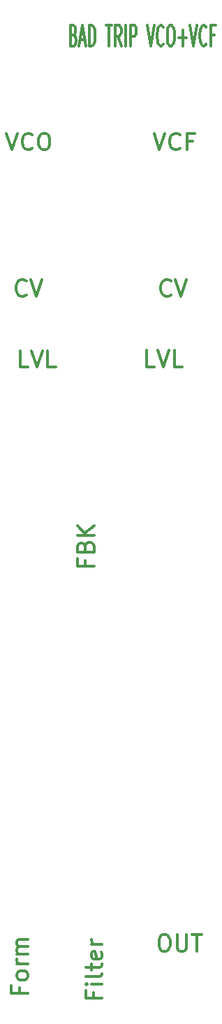
<source format=gts>
G04 #@! TF.GenerationSoftware,KiCad,Pcbnew,5.1.7-a382d34a8~87~ubuntu18.04.1*
G04 #@! TF.CreationDate,2021-01-14T14:08:13+00:00*
G04 #@! TF.ProjectId,bad-trip-panel,6261642d-7472-4697-902d-70616e656c2e,rev?*
G04 #@! TF.SameCoordinates,Original*
G04 #@! TF.FileFunction,Soldermask,Top*
G04 #@! TF.FilePolarity,Negative*
%FSLAX46Y46*%
G04 Gerber Fmt 4.6, Leading zero omitted, Abs format (unit mm)*
G04 Created by KiCad (PCBNEW 5.1.7-a382d34a8~87~ubuntu18.04.1) date 2021-01-14 14:08:13*
%MOMM*%
%LPD*%
G01*
G04 APERTURE LIST*
%ADD10C,0.312500*%
%ADD11C,0.300000*%
G04 APERTURE END LIST*
D10*
X127010566Y-27202628D02*
X127189138Y-27321676D01*
X127248661Y-27440723D01*
X127308185Y-27678819D01*
X127308185Y-28035961D01*
X127248661Y-28274057D01*
X127189138Y-28393104D01*
X127070090Y-28512152D01*
X126593900Y-28512152D01*
X126593900Y-26012152D01*
X127010566Y-26012152D01*
X127129614Y-26131200D01*
X127189138Y-26250247D01*
X127248661Y-26488342D01*
X127248661Y-26726438D01*
X127189138Y-26964533D01*
X127129614Y-27083580D01*
X127010566Y-27202628D01*
X126593900Y-27202628D01*
X127784376Y-27797866D02*
X128379614Y-27797866D01*
X127665328Y-28512152D02*
X128081995Y-26012152D01*
X128498661Y-28512152D01*
X128915328Y-28512152D02*
X128915328Y-26012152D01*
X129212947Y-26012152D01*
X129391519Y-26131200D01*
X129510566Y-26369295D01*
X129570090Y-26607390D01*
X129629614Y-27083580D01*
X129629614Y-27440723D01*
X129570090Y-27916914D01*
X129510566Y-28155009D01*
X129391519Y-28393104D01*
X129212947Y-28512152D01*
X128915328Y-28512152D01*
X130939138Y-26012152D02*
X131653423Y-26012152D01*
X131296280Y-28512152D02*
X131296280Y-26012152D01*
X132784376Y-28512152D02*
X132367709Y-27321676D01*
X132070090Y-28512152D02*
X132070090Y-26012152D01*
X132546280Y-26012152D01*
X132665328Y-26131200D01*
X132724852Y-26250247D01*
X132784376Y-26488342D01*
X132784376Y-26845485D01*
X132724852Y-27083580D01*
X132665328Y-27202628D01*
X132546280Y-27321676D01*
X132070090Y-27321676D01*
X133320090Y-28512152D02*
X133320090Y-26012152D01*
X133915328Y-28512152D02*
X133915328Y-26012152D01*
X134391519Y-26012152D01*
X134510566Y-26131200D01*
X134570090Y-26250247D01*
X134629614Y-26488342D01*
X134629614Y-26845485D01*
X134570090Y-27083580D01*
X134510566Y-27202628D01*
X134391519Y-27321676D01*
X133915328Y-27321676D01*
X135939138Y-26012152D02*
X136355804Y-28512152D01*
X136772471Y-26012152D01*
X137903423Y-28274057D02*
X137843900Y-28393104D01*
X137665328Y-28512152D01*
X137546280Y-28512152D01*
X137367709Y-28393104D01*
X137248661Y-28155009D01*
X137189138Y-27916914D01*
X137129614Y-27440723D01*
X137129614Y-27083580D01*
X137189138Y-26607390D01*
X137248661Y-26369295D01*
X137367709Y-26131200D01*
X137546280Y-26012152D01*
X137665328Y-26012152D01*
X137843900Y-26131200D01*
X137903423Y-26250247D01*
X138677233Y-26012152D02*
X138915328Y-26012152D01*
X139034376Y-26131200D01*
X139153423Y-26369295D01*
X139212947Y-26845485D01*
X139212947Y-27678819D01*
X139153423Y-28155009D01*
X139034376Y-28393104D01*
X138915328Y-28512152D01*
X138677233Y-28512152D01*
X138558185Y-28393104D01*
X138439138Y-28155009D01*
X138379614Y-27678819D01*
X138379614Y-26845485D01*
X138439138Y-26369295D01*
X138558185Y-26131200D01*
X138677233Y-26012152D01*
X139748661Y-27559771D02*
X140701042Y-27559771D01*
X140224852Y-28512152D02*
X140224852Y-26607390D01*
X141117709Y-26012152D02*
X141534376Y-28512152D01*
X141951042Y-26012152D01*
X143081995Y-28274057D02*
X143022471Y-28393104D01*
X142843900Y-28512152D01*
X142724852Y-28512152D01*
X142546280Y-28393104D01*
X142427233Y-28155009D01*
X142367709Y-27916914D01*
X142308185Y-27440723D01*
X142308185Y-27083580D01*
X142367709Y-26607390D01*
X142427233Y-26369295D01*
X142546280Y-26131200D01*
X142724852Y-26012152D01*
X142843900Y-26012152D01*
X143022471Y-26131200D01*
X143081995Y-26250247D01*
X144034376Y-27202628D02*
X143617709Y-27202628D01*
X143617709Y-28512152D02*
X143617709Y-26012152D01*
X144212947Y-26012152D01*
D11*
X137852400Y-136166361D02*
X138233352Y-136166361D01*
X138423828Y-136261600D01*
X138614304Y-136452076D01*
X138709542Y-136833028D01*
X138709542Y-137499695D01*
X138614304Y-137880647D01*
X138423828Y-138071123D01*
X138233352Y-138166361D01*
X137852400Y-138166361D01*
X137661923Y-138071123D01*
X137471447Y-137880647D01*
X137376209Y-137499695D01*
X137376209Y-136833028D01*
X137471447Y-136452076D01*
X137661923Y-136261600D01*
X137852400Y-136166361D01*
X139566685Y-136166361D02*
X139566685Y-137785409D01*
X139661923Y-137975885D01*
X139757161Y-138071123D01*
X139947638Y-138166361D01*
X140328590Y-138166361D01*
X140519066Y-138071123D01*
X140614304Y-137975885D01*
X140709542Y-137785409D01*
X140709542Y-136166361D01*
X141376209Y-136166361D02*
X142519066Y-136166361D01*
X141947638Y-138166361D02*
X141947638Y-136166361D01*
X129435242Y-143211204D02*
X129435242Y-143877871D01*
X130482861Y-143877871D02*
X128482861Y-143877871D01*
X128482861Y-142925490D01*
X130482861Y-142163585D02*
X129149528Y-142163585D01*
X128482861Y-142163585D02*
X128578100Y-142258823D01*
X128673338Y-142163585D01*
X128578100Y-142068347D01*
X128482861Y-142163585D01*
X128673338Y-142163585D01*
X130482861Y-140925490D02*
X130387623Y-141115966D01*
X130197147Y-141211204D01*
X128482861Y-141211204D01*
X129149528Y-140449300D02*
X129149528Y-139687395D01*
X128482861Y-140163585D02*
X130197147Y-140163585D01*
X130387623Y-140068347D01*
X130482861Y-139877871D01*
X130482861Y-139687395D01*
X130387623Y-138258823D02*
X130482861Y-138449300D01*
X130482861Y-138830252D01*
X130387623Y-139020728D01*
X130197147Y-139115966D01*
X129435242Y-139115966D01*
X129244766Y-139020728D01*
X129149528Y-138830252D01*
X129149528Y-138449300D01*
X129244766Y-138258823D01*
X129435242Y-138163585D01*
X129625719Y-138163585D01*
X129816195Y-139115966D01*
X130482861Y-137306442D02*
X129149528Y-137306442D01*
X129530480Y-137306442D02*
X129340004Y-137211204D01*
X129244766Y-137115966D01*
X129149528Y-136925490D01*
X129149528Y-136735014D01*
X120418242Y-142576228D02*
X120418242Y-143242895D01*
X121465861Y-143242895D02*
X119465861Y-143242895D01*
X119465861Y-142290514D01*
X121465861Y-141242895D02*
X121370623Y-141433371D01*
X121275385Y-141528609D01*
X121084909Y-141623847D01*
X120513480Y-141623847D01*
X120323004Y-141528609D01*
X120227766Y-141433371D01*
X120132528Y-141242895D01*
X120132528Y-140957180D01*
X120227766Y-140766704D01*
X120323004Y-140671466D01*
X120513480Y-140576228D01*
X121084909Y-140576228D01*
X121275385Y-140671466D01*
X121370623Y-140766704D01*
X121465861Y-140957180D01*
X121465861Y-141242895D01*
X121465861Y-139719085D02*
X120132528Y-139719085D01*
X120513480Y-139719085D02*
X120323004Y-139623847D01*
X120227766Y-139528609D01*
X120132528Y-139338133D01*
X120132528Y-139147657D01*
X121465861Y-138480990D02*
X120132528Y-138480990D01*
X120323004Y-138480990D02*
X120227766Y-138385752D01*
X120132528Y-138195276D01*
X120132528Y-137909561D01*
X120227766Y-137719085D01*
X120418242Y-137623847D01*
X121465861Y-137623847D01*
X120418242Y-137623847D02*
X120227766Y-137528609D01*
X120132528Y-137338133D01*
X120132528Y-137052419D01*
X120227766Y-136861942D01*
X120418242Y-136766704D01*
X121465861Y-136766704D01*
X128431942Y-90842885D02*
X128431942Y-91509552D01*
X129479561Y-91509552D02*
X127479561Y-91509552D01*
X127479561Y-90557171D01*
X128431942Y-89128600D02*
X128527180Y-88842885D01*
X128622419Y-88747647D01*
X128812895Y-88652409D01*
X129098609Y-88652409D01*
X129289085Y-88747647D01*
X129384323Y-88842885D01*
X129479561Y-89033361D01*
X129479561Y-89795266D01*
X127479561Y-89795266D01*
X127479561Y-89128600D01*
X127574800Y-88938123D01*
X127670038Y-88842885D01*
X127860514Y-88747647D01*
X128050990Y-88747647D01*
X128241466Y-88842885D01*
X128336704Y-88938123D01*
X128431942Y-89128600D01*
X128431942Y-89795266D01*
X129479561Y-87795266D02*
X127479561Y-87795266D01*
X129479561Y-86652409D02*
X128336704Y-87509552D01*
X127479561Y-86652409D02*
X128622419Y-87795266D01*
X121494680Y-67414661D02*
X120542300Y-67414661D01*
X120542300Y-65414661D01*
X121875633Y-65414661D02*
X122542300Y-67414661D01*
X123208966Y-65414661D01*
X124828014Y-67414661D02*
X123875633Y-67414661D01*
X123875633Y-65414661D01*
X136836280Y-67401961D02*
X135883900Y-67401961D01*
X135883900Y-65401961D01*
X137217233Y-65401961D02*
X137883900Y-67401961D01*
X138550566Y-65401961D01*
X140169614Y-67401961D02*
X139217233Y-67401961D01*
X139217233Y-65401961D01*
X138801504Y-58638985D02*
X138706266Y-58734223D01*
X138420552Y-58829461D01*
X138230076Y-58829461D01*
X137944361Y-58734223D01*
X137753885Y-58543747D01*
X137658647Y-58353271D01*
X137563409Y-57972319D01*
X137563409Y-57686604D01*
X137658647Y-57305652D01*
X137753885Y-57115176D01*
X137944361Y-56924700D01*
X138230076Y-56829461D01*
X138420552Y-56829461D01*
X138706266Y-56924700D01*
X138801504Y-57019938D01*
X139372933Y-56829461D02*
X140039600Y-58829461D01*
X140706266Y-56829461D01*
X121262804Y-58638985D02*
X121167566Y-58734223D01*
X120881852Y-58829461D01*
X120691376Y-58829461D01*
X120405661Y-58734223D01*
X120215185Y-58543747D01*
X120119947Y-58353271D01*
X120024709Y-57972319D01*
X120024709Y-57686604D01*
X120119947Y-57305652D01*
X120215185Y-57115176D01*
X120405661Y-56924700D01*
X120691376Y-56829461D01*
X120881852Y-56829461D01*
X121167566Y-56924700D01*
X121262804Y-57019938D01*
X121834233Y-56829461D02*
X122500900Y-58829461D01*
X123167566Y-56829461D01*
X136757090Y-39087561D02*
X137423757Y-41087561D01*
X138090423Y-39087561D01*
X139899947Y-40897085D02*
X139804709Y-40992323D01*
X139518995Y-41087561D01*
X139328519Y-41087561D01*
X139042804Y-40992323D01*
X138852328Y-40801847D01*
X138757090Y-40611371D01*
X138661852Y-40230419D01*
X138661852Y-39944704D01*
X138757090Y-39563752D01*
X138852328Y-39373276D01*
X139042804Y-39182800D01*
X139328519Y-39087561D01*
X139518995Y-39087561D01*
X139804709Y-39182800D01*
X139899947Y-39278038D01*
X141423757Y-40039942D02*
X140757090Y-40039942D01*
X140757090Y-41087561D02*
X140757090Y-39087561D01*
X141709471Y-39087561D01*
X118875514Y-39087561D02*
X119542180Y-41087561D01*
X120208847Y-39087561D01*
X122018371Y-40897085D02*
X121923133Y-40992323D01*
X121637419Y-41087561D01*
X121446942Y-41087561D01*
X121161228Y-40992323D01*
X120970752Y-40801847D01*
X120875514Y-40611371D01*
X120780276Y-40230419D01*
X120780276Y-39944704D01*
X120875514Y-39563752D01*
X120970752Y-39373276D01*
X121161228Y-39182800D01*
X121446942Y-39087561D01*
X121637419Y-39087561D01*
X121923133Y-39182800D01*
X122018371Y-39278038D01*
X123256466Y-39087561D02*
X123637419Y-39087561D01*
X123827895Y-39182800D01*
X124018371Y-39373276D01*
X124113609Y-39754228D01*
X124113609Y-40420895D01*
X124018371Y-40801847D01*
X123827895Y-40992323D01*
X123637419Y-41087561D01*
X123256466Y-41087561D01*
X123065990Y-40992323D01*
X122875514Y-40801847D01*
X122780276Y-40420895D01*
X122780276Y-39754228D01*
X122875514Y-39373276D01*
X123065990Y-39182800D01*
X123256466Y-39087561D01*
D10*
X127010566Y-27202628D02*
X127189138Y-27321676D01*
X127248661Y-27440723D01*
X127308185Y-27678819D01*
X127308185Y-28035961D01*
X127248661Y-28274057D01*
X127189138Y-28393104D01*
X127070090Y-28512152D01*
X126593900Y-28512152D01*
X126593900Y-26012152D01*
X127010566Y-26012152D01*
X127129614Y-26131200D01*
X127189138Y-26250247D01*
X127248661Y-26488342D01*
X127248661Y-26726438D01*
X127189138Y-26964533D01*
X127129614Y-27083580D01*
X127010566Y-27202628D01*
X126593900Y-27202628D01*
X127784376Y-27797866D02*
X128379614Y-27797866D01*
X127665328Y-28512152D02*
X128081995Y-26012152D01*
X128498661Y-28512152D01*
X128915328Y-28512152D02*
X128915328Y-26012152D01*
X129212947Y-26012152D01*
X129391519Y-26131200D01*
X129510566Y-26369295D01*
X129570090Y-26607390D01*
X129629614Y-27083580D01*
X129629614Y-27440723D01*
X129570090Y-27916914D01*
X129510566Y-28155009D01*
X129391519Y-28393104D01*
X129212947Y-28512152D01*
X128915328Y-28512152D01*
X130939138Y-26012152D02*
X131653423Y-26012152D01*
X131296280Y-28512152D02*
X131296280Y-26012152D01*
X132784376Y-28512152D02*
X132367709Y-27321676D01*
X132070090Y-28512152D02*
X132070090Y-26012152D01*
X132546280Y-26012152D01*
X132665328Y-26131200D01*
X132724852Y-26250247D01*
X132784376Y-26488342D01*
X132784376Y-26845485D01*
X132724852Y-27083580D01*
X132665328Y-27202628D01*
X132546280Y-27321676D01*
X132070090Y-27321676D01*
X133320090Y-28512152D02*
X133320090Y-26012152D01*
X133915328Y-28512152D02*
X133915328Y-26012152D01*
X134391519Y-26012152D01*
X134510566Y-26131200D01*
X134570090Y-26250247D01*
X134629614Y-26488342D01*
X134629614Y-26845485D01*
X134570090Y-27083580D01*
X134510566Y-27202628D01*
X134391519Y-27321676D01*
X133915328Y-27321676D01*
X135939138Y-26012152D02*
X136355804Y-28512152D01*
X136772471Y-26012152D01*
X137903423Y-28274057D02*
X137843900Y-28393104D01*
X137665328Y-28512152D01*
X137546280Y-28512152D01*
X137367709Y-28393104D01*
X137248661Y-28155009D01*
X137189138Y-27916914D01*
X137129614Y-27440723D01*
X137129614Y-27083580D01*
X137189138Y-26607390D01*
X137248661Y-26369295D01*
X137367709Y-26131200D01*
X137546280Y-26012152D01*
X137665328Y-26012152D01*
X137843900Y-26131200D01*
X137903423Y-26250247D01*
X138677233Y-26012152D02*
X138915328Y-26012152D01*
X139034376Y-26131200D01*
X139153423Y-26369295D01*
X139212947Y-26845485D01*
X139212947Y-27678819D01*
X139153423Y-28155009D01*
X139034376Y-28393104D01*
X138915328Y-28512152D01*
X138677233Y-28512152D01*
X138558185Y-28393104D01*
X138439138Y-28155009D01*
X138379614Y-27678819D01*
X138379614Y-26845485D01*
X138439138Y-26369295D01*
X138558185Y-26131200D01*
X138677233Y-26012152D01*
X139748661Y-27559771D02*
X140701042Y-27559771D01*
X140224852Y-28512152D02*
X140224852Y-26607390D01*
X141117709Y-26012152D02*
X141534376Y-28512152D01*
X141951042Y-26012152D01*
X143081995Y-28274057D02*
X143022471Y-28393104D01*
X142843900Y-28512152D01*
X142724852Y-28512152D01*
X142546280Y-28393104D01*
X142427233Y-28155009D01*
X142367709Y-27916914D01*
X142308185Y-27440723D01*
X142308185Y-27083580D01*
X142367709Y-26607390D01*
X142427233Y-26369295D01*
X142546280Y-26131200D01*
X142724852Y-26012152D01*
X142843900Y-26012152D01*
X143022471Y-26131200D01*
X143081995Y-26250247D01*
X144034376Y-27202628D02*
X143617709Y-27202628D01*
X143617709Y-28512152D02*
X143617709Y-26012152D01*
X144212947Y-26012152D01*
D11*
X137852400Y-136166361D02*
X138233352Y-136166361D01*
X138423828Y-136261600D01*
X138614304Y-136452076D01*
X138709542Y-136833028D01*
X138709542Y-137499695D01*
X138614304Y-137880647D01*
X138423828Y-138071123D01*
X138233352Y-138166361D01*
X137852400Y-138166361D01*
X137661923Y-138071123D01*
X137471447Y-137880647D01*
X137376209Y-137499695D01*
X137376209Y-136833028D01*
X137471447Y-136452076D01*
X137661923Y-136261600D01*
X137852400Y-136166361D01*
X139566685Y-136166361D02*
X139566685Y-137785409D01*
X139661923Y-137975885D01*
X139757161Y-138071123D01*
X139947638Y-138166361D01*
X140328590Y-138166361D01*
X140519066Y-138071123D01*
X140614304Y-137975885D01*
X140709542Y-137785409D01*
X140709542Y-136166361D01*
X141376209Y-136166361D02*
X142519066Y-136166361D01*
X141947638Y-138166361D02*
X141947638Y-136166361D01*
X129435242Y-143211204D02*
X129435242Y-143877871D01*
X130482861Y-143877871D02*
X128482861Y-143877871D01*
X128482861Y-142925490D01*
X130482861Y-142163585D02*
X129149528Y-142163585D01*
X128482861Y-142163585D02*
X128578100Y-142258823D01*
X128673338Y-142163585D01*
X128578100Y-142068347D01*
X128482861Y-142163585D01*
X128673338Y-142163585D01*
X130482861Y-140925490D02*
X130387623Y-141115966D01*
X130197147Y-141211204D01*
X128482861Y-141211204D01*
X129149528Y-140449300D02*
X129149528Y-139687395D01*
X128482861Y-140163585D02*
X130197147Y-140163585D01*
X130387623Y-140068347D01*
X130482861Y-139877871D01*
X130482861Y-139687395D01*
X130387623Y-138258823D02*
X130482861Y-138449300D01*
X130482861Y-138830252D01*
X130387623Y-139020728D01*
X130197147Y-139115966D01*
X129435242Y-139115966D01*
X129244766Y-139020728D01*
X129149528Y-138830252D01*
X129149528Y-138449300D01*
X129244766Y-138258823D01*
X129435242Y-138163585D01*
X129625719Y-138163585D01*
X129816195Y-139115966D01*
X130482861Y-137306442D02*
X129149528Y-137306442D01*
X129530480Y-137306442D02*
X129340004Y-137211204D01*
X129244766Y-137115966D01*
X129149528Y-136925490D01*
X129149528Y-136735014D01*
X120418242Y-142576228D02*
X120418242Y-143242895D01*
X121465861Y-143242895D02*
X119465861Y-143242895D01*
X119465861Y-142290514D01*
X121465861Y-141242895D02*
X121370623Y-141433371D01*
X121275385Y-141528609D01*
X121084909Y-141623847D01*
X120513480Y-141623847D01*
X120323004Y-141528609D01*
X120227766Y-141433371D01*
X120132528Y-141242895D01*
X120132528Y-140957180D01*
X120227766Y-140766704D01*
X120323004Y-140671466D01*
X120513480Y-140576228D01*
X121084909Y-140576228D01*
X121275385Y-140671466D01*
X121370623Y-140766704D01*
X121465861Y-140957180D01*
X121465861Y-141242895D01*
X121465861Y-139719085D02*
X120132528Y-139719085D01*
X120513480Y-139719085D02*
X120323004Y-139623847D01*
X120227766Y-139528609D01*
X120132528Y-139338133D01*
X120132528Y-139147657D01*
X121465861Y-138480990D02*
X120132528Y-138480990D01*
X120323004Y-138480990D02*
X120227766Y-138385752D01*
X120132528Y-138195276D01*
X120132528Y-137909561D01*
X120227766Y-137719085D01*
X120418242Y-137623847D01*
X121465861Y-137623847D01*
X120418242Y-137623847D02*
X120227766Y-137528609D01*
X120132528Y-137338133D01*
X120132528Y-137052419D01*
X120227766Y-136861942D01*
X120418242Y-136766704D01*
X121465861Y-136766704D01*
X128431942Y-90842885D02*
X128431942Y-91509552D01*
X129479561Y-91509552D02*
X127479561Y-91509552D01*
X127479561Y-90557171D01*
X128431942Y-89128600D02*
X128527180Y-88842885D01*
X128622419Y-88747647D01*
X128812895Y-88652409D01*
X129098609Y-88652409D01*
X129289085Y-88747647D01*
X129384323Y-88842885D01*
X129479561Y-89033361D01*
X129479561Y-89795266D01*
X127479561Y-89795266D01*
X127479561Y-89128600D01*
X127574800Y-88938123D01*
X127670038Y-88842885D01*
X127860514Y-88747647D01*
X128050990Y-88747647D01*
X128241466Y-88842885D01*
X128336704Y-88938123D01*
X128431942Y-89128600D01*
X128431942Y-89795266D01*
X129479561Y-87795266D02*
X127479561Y-87795266D01*
X129479561Y-86652409D02*
X128336704Y-87509552D01*
X127479561Y-86652409D02*
X128622419Y-87795266D01*
X121494680Y-67414661D02*
X120542300Y-67414661D01*
X120542300Y-65414661D01*
X121875633Y-65414661D02*
X122542300Y-67414661D01*
X123208966Y-65414661D01*
X124828014Y-67414661D02*
X123875633Y-67414661D01*
X123875633Y-65414661D01*
X136836280Y-67401961D02*
X135883900Y-67401961D01*
X135883900Y-65401961D01*
X137217233Y-65401961D02*
X137883900Y-67401961D01*
X138550566Y-65401961D01*
X140169614Y-67401961D02*
X139217233Y-67401961D01*
X139217233Y-65401961D01*
X138801504Y-58638985D02*
X138706266Y-58734223D01*
X138420552Y-58829461D01*
X138230076Y-58829461D01*
X137944361Y-58734223D01*
X137753885Y-58543747D01*
X137658647Y-58353271D01*
X137563409Y-57972319D01*
X137563409Y-57686604D01*
X137658647Y-57305652D01*
X137753885Y-57115176D01*
X137944361Y-56924700D01*
X138230076Y-56829461D01*
X138420552Y-56829461D01*
X138706266Y-56924700D01*
X138801504Y-57019938D01*
X139372933Y-56829461D02*
X140039600Y-58829461D01*
X140706266Y-56829461D01*
X121262804Y-58638985D02*
X121167566Y-58734223D01*
X120881852Y-58829461D01*
X120691376Y-58829461D01*
X120405661Y-58734223D01*
X120215185Y-58543747D01*
X120119947Y-58353271D01*
X120024709Y-57972319D01*
X120024709Y-57686604D01*
X120119947Y-57305652D01*
X120215185Y-57115176D01*
X120405661Y-56924700D01*
X120691376Y-56829461D01*
X120881852Y-56829461D01*
X121167566Y-56924700D01*
X121262804Y-57019938D01*
X121834233Y-56829461D02*
X122500900Y-58829461D01*
X123167566Y-56829461D01*
X136757090Y-39087561D02*
X137423757Y-41087561D01*
X138090423Y-39087561D01*
X139899947Y-40897085D02*
X139804709Y-40992323D01*
X139518995Y-41087561D01*
X139328519Y-41087561D01*
X139042804Y-40992323D01*
X138852328Y-40801847D01*
X138757090Y-40611371D01*
X138661852Y-40230419D01*
X138661852Y-39944704D01*
X138757090Y-39563752D01*
X138852328Y-39373276D01*
X139042804Y-39182800D01*
X139328519Y-39087561D01*
X139518995Y-39087561D01*
X139804709Y-39182800D01*
X139899947Y-39278038D01*
X141423757Y-40039942D02*
X140757090Y-40039942D01*
X140757090Y-41087561D02*
X140757090Y-39087561D01*
X141709471Y-39087561D01*
X118875514Y-39087561D02*
X119542180Y-41087561D01*
X120208847Y-39087561D01*
X122018371Y-40897085D02*
X121923133Y-40992323D01*
X121637419Y-41087561D01*
X121446942Y-41087561D01*
X121161228Y-40992323D01*
X120970752Y-40801847D01*
X120875514Y-40611371D01*
X120780276Y-40230419D01*
X120780276Y-39944704D01*
X120875514Y-39563752D01*
X120970752Y-39373276D01*
X121161228Y-39182800D01*
X121446942Y-39087561D01*
X121637419Y-39087561D01*
X121923133Y-39182800D01*
X122018371Y-39278038D01*
X123256466Y-39087561D02*
X123637419Y-39087561D01*
X123827895Y-39182800D01*
X124018371Y-39373276D01*
X124113609Y-39754228D01*
X124113609Y-40420895D01*
X124018371Y-40801847D01*
X123827895Y-40992323D01*
X123637419Y-41087561D01*
X123256466Y-41087561D01*
X123065990Y-40992323D01*
X122875514Y-40801847D01*
X122780276Y-40420895D01*
X122780276Y-39754228D01*
X122875514Y-39373276D01*
X123065990Y-39182800D01*
X123256466Y-39087561D01*
M02*

</source>
